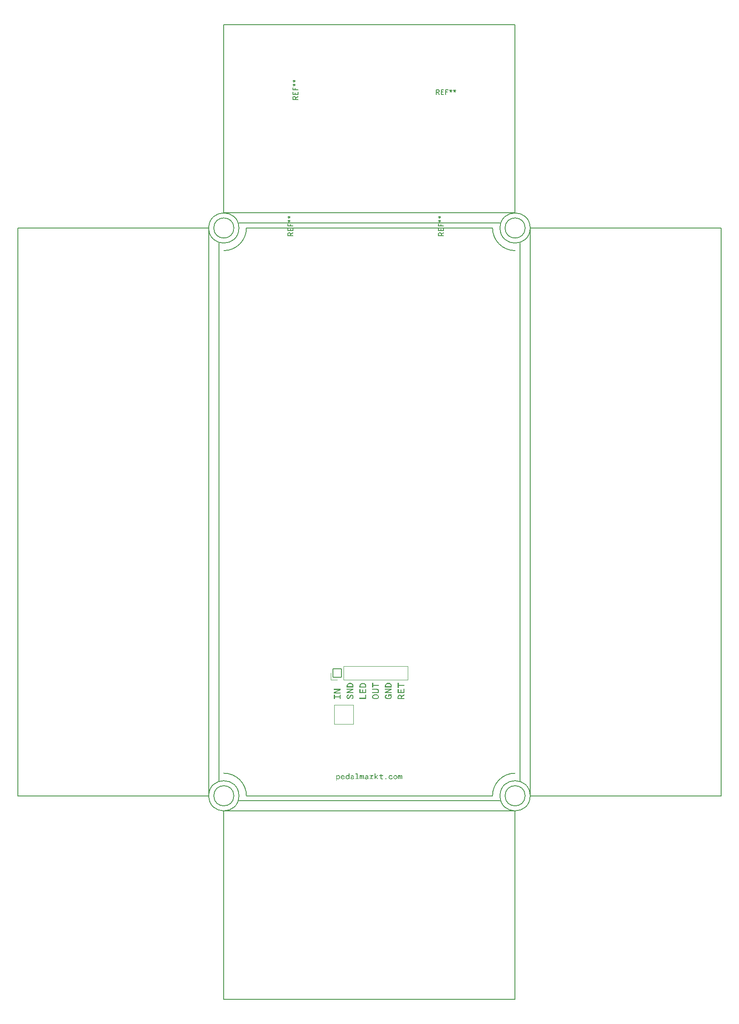
<source format=gbr>
%TF.GenerationSoftware,KiCad,Pcbnew,(6.0.9-0)*%
%TF.CreationDate,2024-05-22T19:22:00+02:00*%
%TF.ProjectId,npnium-switch,6e706e69-756d-42d7-9377-697463682e6b,rev?*%
%TF.SameCoordinates,Original*%
%TF.FileFunction,Legend,Top*%
%TF.FilePolarity,Positive*%
%FSLAX46Y46*%
G04 Gerber Fmt 4.6, Leading zero omitted, Abs format (unit mm)*
G04 Created by KiCad (PCBNEW (6.0.9-0)) date 2024-05-22 19:22:00*
%MOMM*%
%LPD*%
G01*
G04 APERTURE LIST*
G04 Aperture macros list*
%AMRoundRect*
0 Rectangle with rounded corners*
0 $1 Rounding radius*
0 $2 $3 $4 $5 $6 $7 $8 $9 X,Y pos of 4 corners*
0 Add a 4 corners polygon primitive as box body*
4,1,4,$2,$3,$4,$5,$6,$7,$8,$9,$2,$3,0*
0 Add four circle primitives for the rounded corners*
1,1,$1+$1,$2,$3*
1,1,$1+$1,$4,$5*
1,1,$1+$1,$6,$7*
1,1,$1+$1,$8,$9*
0 Add four rect primitives between the rounded corners*
20,1,$1+$1,$2,$3,$4,$5,0*
20,1,$1+$1,$4,$5,$6,$7,0*
20,1,$1+$1,$6,$7,$8,$9,0*
20,1,$1+$1,$8,$9,$2,$3,0*%
G04 Aperture macros list end*
%ADD10C,0.150000*%
%ADD11C,0.127000*%
%ADD12C,0.120000*%
%ADD13RoundRect,0.051000X0.850000X-0.850000X0.850000X0.850000X-0.850000X0.850000X-0.850000X-0.850000X0*%
%ADD14O,1.802000X1.802000*%
%ADD15RoundRect,0.051000X1.908000X1.908000X-1.908000X1.908000X-1.908000X-1.908000X1.908000X-1.908000X0*%
%ADD16O,4.302000X2.902000*%
G04 APERTURE END LIST*
D10*
%TO.C,REF\u002A\u002A*%
X84752380Y-44433333D02*
X84276190Y-44766666D01*
X84752380Y-45004761D02*
X83752380Y-45004761D01*
X83752380Y-44623809D01*
X83800000Y-44528571D01*
X83847619Y-44480952D01*
X83942857Y-44433333D01*
X84085714Y-44433333D01*
X84180952Y-44480952D01*
X84228571Y-44528571D01*
X84276190Y-44623809D01*
X84276190Y-45004761D01*
X84228571Y-44004761D02*
X84228571Y-43671428D01*
X84752380Y-43528571D02*
X84752380Y-44004761D01*
X83752380Y-44004761D01*
X83752380Y-43528571D01*
X84228571Y-42766666D02*
X84228571Y-43100000D01*
X84752380Y-43100000D02*
X83752380Y-43100000D01*
X83752380Y-42623809D01*
X83752380Y-42100000D02*
X83990476Y-42100000D01*
X83895238Y-42338095D02*
X83990476Y-42100000D01*
X83895238Y-41861904D01*
X84180952Y-42242857D02*
X83990476Y-42100000D01*
X84180952Y-41957142D01*
X83752380Y-41338095D02*
X83990476Y-41338095D01*
X83895238Y-41576190D02*
X83990476Y-41338095D01*
X83895238Y-41100000D01*
X84180952Y-41480952D02*
X83990476Y-41338095D01*
X84180952Y-41195238D01*
X114752380Y-44433333D02*
X114276190Y-44766666D01*
X114752380Y-45004761D02*
X113752380Y-45004761D01*
X113752380Y-44623809D01*
X113800000Y-44528571D01*
X113847619Y-44480952D01*
X113942857Y-44433333D01*
X114085714Y-44433333D01*
X114180952Y-44480952D01*
X114228571Y-44528571D01*
X114276190Y-44623809D01*
X114276190Y-45004761D01*
X114228571Y-44004761D02*
X114228571Y-43671428D01*
X114752380Y-43528571D02*
X114752380Y-44004761D01*
X113752380Y-44004761D01*
X113752380Y-43528571D01*
X114228571Y-42766666D02*
X114228571Y-43100000D01*
X114752380Y-43100000D02*
X113752380Y-43100000D01*
X113752380Y-42623809D01*
X113752380Y-42100000D02*
X113990476Y-42100000D01*
X113895238Y-42338095D02*
X113990476Y-42100000D01*
X113895238Y-41861904D01*
X114180952Y-42242857D02*
X113990476Y-42100000D01*
X114180952Y-41957142D01*
X113752380Y-41338095D02*
X113990476Y-41338095D01*
X113895238Y-41576190D02*
X113990476Y-41338095D01*
X113895238Y-41100000D01*
X114180952Y-41480952D02*
X113990476Y-41338095D01*
X114180952Y-41195238D01*
X85752380Y-17333333D02*
X85276190Y-17666666D01*
X85752380Y-17904761D02*
X84752380Y-17904761D01*
X84752380Y-17523809D01*
X84800000Y-17428571D01*
X84847619Y-17380952D01*
X84942857Y-17333333D01*
X85085714Y-17333333D01*
X85180952Y-17380952D01*
X85228571Y-17428571D01*
X85276190Y-17523809D01*
X85276190Y-17904761D01*
X85228571Y-16904761D02*
X85228571Y-16571428D01*
X85752380Y-16428571D02*
X85752380Y-16904761D01*
X84752380Y-16904761D01*
X84752380Y-16428571D01*
X85228571Y-15666666D02*
X85228571Y-16000000D01*
X85752380Y-16000000D02*
X84752380Y-16000000D01*
X84752380Y-15523809D01*
X84752380Y-15000000D02*
X84990476Y-15000000D01*
X84895238Y-15238095D02*
X84990476Y-15000000D01*
X84895238Y-14761904D01*
X85180952Y-15142857D02*
X84990476Y-15000000D01*
X85180952Y-14857142D01*
X84752380Y-14238095D02*
X84990476Y-14238095D01*
X84895238Y-14476190D02*
X84990476Y-14238095D01*
X84895238Y-14000000D01*
X85180952Y-14380952D02*
X84990476Y-14238095D01*
X85180952Y-14095238D01*
X113866666Y-16952380D02*
X113533333Y-16476190D01*
X113295238Y-16952380D02*
X113295238Y-15952380D01*
X113676190Y-15952380D01*
X113771428Y-16000000D01*
X113819047Y-16047619D01*
X113866666Y-16142857D01*
X113866666Y-16285714D01*
X113819047Y-16380952D01*
X113771428Y-16428571D01*
X113676190Y-16476190D01*
X113295238Y-16476190D01*
X114295238Y-16428571D02*
X114628571Y-16428571D01*
X114771428Y-16952380D02*
X114295238Y-16952380D01*
X114295238Y-15952380D01*
X114771428Y-15952380D01*
X115533333Y-16428571D02*
X115200000Y-16428571D01*
X115200000Y-16952380D02*
X115200000Y-15952380D01*
X115676190Y-15952380D01*
X116200000Y-15952380D02*
X116200000Y-16190476D01*
X115961904Y-16095238D02*
X116200000Y-16190476D01*
X116438095Y-16095238D01*
X116057142Y-16380952D02*
X116200000Y-16190476D01*
X116342857Y-16380952D01*
X116961904Y-15952380D02*
X116961904Y-16190476D01*
X116723809Y-16095238D02*
X116961904Y-16190476D01*
X117200000Y-16095238D01*
X116819047Y-16380952D02*
X116961904Y-16190476D01*
X117104761Y-16380952D01*
%TO.C,*%
D11*
X130000000Y-100000000D02*
X130000000Y-46500000D01*
X68000000Y-43500000D02*
X30000000Y-43500000D01*
X100000000Y-156500000D02*
X124500000Y-156500000D01*
X70000000Y-100000000D02*
X70000000Y-46500000D01*
X129000000Y-40500000D02*
X129000000Y-3000000D01*
X130000000Y-153500000D02*
X130000000Y-100000000D01*
X129000000Y-3000000D02*
X71000000Y-3000000D01*
X170000000Y-156500000D02*
X170000000Y-43500000D01*
X132000000Y-156500000D02*
X170000000Y-156500000D01*
X129000000Y-197000000D02*
X129000000Y-159500000D01*
X126000000Y-42500000D02*
X100000000Y-42500000D01*
X71000000Y-159500000D02*
X71000000Y-197000000D01*
X100000000Y-157500000D02*
X74000000Y-157500000D01*
X170000000Y-43500000D02*
X132000000Y-43500000D01*
X129000000Y-40500000D02*
X129000000Y-3000000D01*
X71000000Y-159500000D02*
X129000000Y-159500000D01*
X30000000Y-43500000D02*
X30000000Y-156500000D01*
X30000000Y-156500000D02*
X68000000Y-156500000D01*
X100000000Y-42500000D02*
X74000000Y-42500000D01*
X71000000Y-197000000D02*
X129000000Y-197000000D01*
X129000000Y-40500000D02*
X71000000Y-40500000D01*
X132000000Y-156500000D02*
X132000000Y-43500000D01*
X71000000Y-3000000D02*
X71000000Y-40500000D01*
X68000000Y-43500000D02*
X68000000Y-156500000D01*
X71000000Y-159500000D02*
X71000000Y-197000000D01*
X100000000Y-43500000D02*
X124500000Y-43500000D01*
X132000000Y-46635000D02*
X132000000Y-43500000D01*
X70000000Y-153500000D02*
X70000000Y-100000000D01*
X132000000Y-43500000D02*
X132000000Y-46635000D01*
X75500000Y-156500000D02*
X100000000Y-156500000D01*
X75500000Y-43500000D02*
X100000000Y-43500000D01*
X126000000Y-157500000D02*
X100000000Y-157500000D01*
X71000000Y-48000000D02*
G75*
G03*
X75500000Y-43500000I2J4499998D01*
G01*
X129000000Y-152000000D02*
G75*
G03*
X124500000Y-156500000I0J-4500000D01*
G01*
X75500000Y-156500000D02*
G75*
G03*
X71000000Y-152000000I-4499998J2D01*
G01*
X124500000Y-43500000D02*
G75*
G03*
X129000000Y-48000000I4500000J0D01*
G01*
X131000000Y-43500000D02*
G75*
G03*
X131000000Y-43500000I-2000000J0D01*
G01*
X74000000Y-156500000D02*
G75*
G03*
X74000000Y-156500000I-3000000J0D01*
G01*
X74000000Y-43500000D02*
G75*
G03*
X74000000Y-43500000I-3000000J0D01*
G01*
X132000000Y-156500000D02*
G75*
G03*
X132000000Y-156500000I-3000000J0D01*
G01*
X131000000Y-156500000D02*
G75*
G03*
X131000000Y-156500000I-2000000J0D01*
G01*
X132000000Y-43500000D02*
G75*
G03*
X132000000Y-43500000I-3000000J0D01*
G01*
X73000000Y-43500000D02*
G75*
G03*
X73000000Y-43500000I-2000000J0D01*
G01*
X73000000Y-156500000D02*
G75*
G03*
X73000000Y-156500000I-2000000J0D01*
G01*
%TO.C,kibuzzard-6618FE93*%
G36*
X96805750Y-135399780D02*
G01*
X95853250Y-135874125D01*
X95853250Y-135887460D01*
X96805750Y-135887460D01*
X96805750Y-136074150D01*
X95472250Y-136074150D01*
X95472250Y-135872220D01*
X96426655Y-135397875D01*
X96426655Y-135384540D01*
X95472250Y-135384540D01*
X95472250Y-135197850D01*
X96805750Y-135197850D01*
X96805750Y-135399780D01*
G37*
G36*
X96564450Y-136350798D02*
G01*
X96656525Y-136392073D01*
X96729550Y-136460865D01*
X96782467Y-136551670D01*
X96814217Y-136658985D01*
X96824800Y-136782810D01*
X96812629Y-136913832D01*
X96776117Y-137024957D01*
X96715263Y-137116185D01*
X96633242Y-137185188D01*
X96533229Y-137229638D01*
X96415225Y-137249535D01*
X96415225Y-137051415D01*
X96516190Y-137024031D01*
X96590485Y-136968547D01*
X96636205Y-136886871D01*
X96651445Y-136780905D01*
X96639539Y-136684941D01*
X96603820Y-136606597D01*
X96543812Y-136554448D01*
X96459040Y-136537065D01*
X96360933Y-136558020D01*
X96291400Y-136625647D01*
X96247585Y-136706610D01*
X96211390Y-136807575D01*
X96196150Y-136857105D01*
X96145667Y-136983787D01*
X96078040Y-137092372D01*
X95972313Y-137178098D01*
X95826580Y-137207625D01*
X95721064Y-137194078D01*
X95630577Y-137153438D01*
X95555117Y-137085705D01*
X95498497Y-136997017D01*
X95464524Y-136893512D01*
X95453200Y-136775190D01*
X95465159Y-136656233D01*
X95501037Y-136553363D01*
X95560832Y-136466580D01*
X95639255Y-136400117D01*
X95731012Y-136358207D01*
X95836105Y-136340850D01*
X95836105Y-136529445D01*
X95751571Y-136552781D01*
X95684657Y-136603740D01*
X95641081Y-136678987D01*
X95626555Y-136775190D01*
X95640128Y-136869726D01*
X95680847Y-136943782D01*
X95742998Y-136991646D01*
X95820865Y-137007600D01*
X95891350Y-136990455D01*
X95940880Y-136957118D01*
X95979933Y-136894252D01*
X96006603Y-136834245D01*
X96030415Y-136761855D01*
X96045655Y-136718040D01*
X96068515Y-136654222D01*
X96097090Y-136586595D01*
X96137095Y-136512300D01*
X96189483Y-136447530D01*
X96258063Y-136388475D01*
X96344740Y-136352280D01*
X96453325Y-136337040D01*
X96564450Y-136350798D01*
G37*
G36*
X95472250Y-134931150D02*
G01*
X95472250Y-134731125D01*
X95653225Y-134731125D01*
X96624775Y-134731125D01*
X96624775Y-134605395D01*
X96610911Y-134490989D01*
X96569318Y-134396692D01*
X96499998Y-134322502D01*
X96404007Y-134269057D01*
X96282404Y-134236989D01*
X96135190Y-134226300D01*
X95987923Y-134236830D01*
X95867432Y-134268422D01*
X95773716Y-134321074D01*
X95706777Y-134394787D01*
X95666613Y-134489560D01*
X95653225Y-134605395D01*
X95653225Y-134731125D01*
X95472250Y-134731125D01*
X95472250Y-134593965D01*
X95483382Y-134463115D01*
X95516779Y-134348696D01*
X95572441Y-134250708D01*
X95650367Y-134169150D01*
X95747463Y-134104975D01*
X95860632Y-134059136D01*
X95989874Y-134031633D01*
X96135190Y-134022465D01*
X96282292Y-134031573D01*
X96413082Y-134058898D01*
X96527560Y-134104440D01*
X96625728Y-134168197D01*
X96704487Y-134249458D01*
X96760744Y-134347506D01*
X96794499Y-134462341D01*
X96805750Y-134593965D01*
X96805750Y-134931150D01*
X95472250Y-134931150D01*
G37*
%TO.C,kibuzzard-66194892*%
G36*
X104969116Y-153149829D02*
G01*
X104890094Y-153085006D01*
X104830122Y-153000075D01*
X104794138Y-152900856D01*
X104782144Y-152787350D01*
X104944069Y-152787350D01*
X104959150Y-152897284D01*
X105004394Y-152985787D01*
X105075831Y-153044128D01*
X105169494Y-153063575D01*
X105263156Y-153044128D01*
X105334594Y-152985787D01*
X105379838Y-152897284D01*
X105394919Y-152787350D01*
X105379639Y-152678805D01*
X105333800Y-152591294D01*
X105262164Y-152533548D01*
X105169494Y-152514300D01*
X105074839Y-152533548D01*
X105003600Y-152591294D01*
X104958952Y-152678805D01*
X104944069Y-152787350D01*
X104782144Y-152787350D01*
X104794050Y-152674020D01*
X104829769Y-152575331D01*
X104889300Y-152491281D01*
X104968058Y-152427340D01*
X105061456Y-152388976D01*
X105169494Y-152376187D01*
X105275944Y-152389064D01*
X105368813Y-152427693D01*
X105448100Y-152492075D01*
X105508513Y-152576389D01*
X105544761Y-152674814D01*
X105556844Y-152787350D01*
X105544849Y-152900856D01*
X105508866Y-153000075D01*
X105448894Y-153085006D01*
X105369872Y-153149829D01*
X105276738Y-153188723D01*
X105169494Y-153201687D01*
X105062249Y-153188723D01*
X104969116Y-153149829D01*
G37*
G36*
X95612744Y-153201687D02*
G01*
X95513084Y-153188899D01*
X95425772Y-153150535D01*
X95350806Y-153086594D01*
X95293480Y-153002192D01*
X95259084Y-152902444D01*
X95247619Y-152787350D01*
X95409544Y-152787350D01*
X95425220Y-152899269D01*
X95472250Y-152987375D01*
X95544283Y-153044525D01*
X95634969Y-153063575D01*
X95725059Y-153044723D01*
X95795306Y-152988169D01*
X95840550Y-152900261D01*
X95855631Y-152787350D01*
X95840550Y-152675828D01*
X95795306Y-152588912D01*
X95725059Y-152532953D01*
X95634969Y-152514300D01*
X95544283Y-152532953D01*
X95472250Y-152588912D01*
X95425220Y-152675828D01*
X95409544Y-152787350D01*
X95247619Y-152787350D01*
X95259084Y-152670845D01*
X95293480Y-152571097D01*
X95350806Y-152488106D01*
X95425772Y-152425929D01*
X95513084Y-152388623D01*
X95612744Y-152376187D01*
X95710992Y-152388182D01*
X95791955Y-152424165D01*
X95855631Y-152484137D01*
X95855631Y-152058687D01*
X96017556Y-152058687D01*
X96017556Y-153185812D01*
X95885794Y-153185812D01*
X95871506Y-153079450D01*
X95860394Y-153079450D01*
X95794777Y-153147360D01*
X95712227Y-153188106D01*
X95634969Y-153198653D01*
X95612744Y-153201687D01*
G37*
G36*
X98805206Y-152389483D02*
G01*
X98862356Y-152429369D01*
X98899266Y-152495845D01*
X98911569Y-152588912D01*
X98911569Y-153185812D01*
X98759169Y-153185812D01*
X98759169Y-152614312D01*
X98736944Y-152542081D01*
X98676619Y-152514300D01*
X98605975Y-152546844D01*
X98578194Y-152634950D01*
X98578194Y-153185812D01*
X98425794Y-153185812D01*
X98425794Y-152622250D01*
X98402775Y-152543669D01*
X98341656Y-152514300D01*
X98272600Y-152544462D01*
X98244819Y-152630187D01*
X98244819Y-153185812D01*
X98094006Y-153185812D01*
X98094006Y-152392062D01*
X98230531Y-152392062D01*
X98244819Y-152453975D01*
X98257519Y-152453975D01*
X98318241Y-152395634D01*
X98401981Y-152376187D01*
X98499612Y-152404762D01*
X98552794Y-152471437D01*
X98565494Y-152471437D01*
X98631772Y-152400000D01*
X98732181Y-152376187D01*
X98805206Y-152389483D01*
G37*
G36*
X102358031Y-152392062D02*
G01*
X102680294Y-152392062D01*
X102680294Y-152522237D01*
X102358031Y-152522237D01*
X102358031Y-152904825D01*
X102377258Y-152994783D01*
X102434937Y-153048758D01*
X102531069Y-153066750D01*
X102635844Y-153054050D01*
X102635844Y-153184225D01*
X102565200Y-153197322D01*
X102492969Y-153201687D01*
X102386098Y-153190892D01*
X102302977Y-153158507D01*
X102243604Y-153104532D01*
X102207981Y-153028967D01*
X102196106Y-152931812D01*
X102196106Y-152522237D01*
X101943694Y-152522237D01*
X101943694Y-152392062D01*
X102073869Y-152392062D01*
X102181025Y-152360312D01*
X102211981Y-152249187D01*
X102211981Y-152176162D01*
X102358031Y-152176162D01*
X102358031Y-152392062D01*
G37*
G36*
X97619344Y-153060400D02*
G01*
X97893981Y-153060400D01*
X97893981Y-153185812D01*
X97182781Y-153185812D01*
X97182781Y-153060400D01*
X97457419Y-153060400D01*
X97457419Y-152199975D01*
X97198656Y-152199975D01*
X97198656Y-152074562D01*
X97619344Y-152074562D01*
X97619344Y-153060400D01*
G37*
G36*
X106425206Y-152389483D02*
G01*
X106482356Y-152429369D01*
X106519266Y-152495845D01*
X106531569Y-152588912D01*
X106531569Y-153185812D01*
X106379169Y-153185812D01*
X106379169Y-152614312D01*
X106356944Y-152542081D01*
X106296619Y-152514300D01*
X106225975Y-152546844D01*
X106198194Y-152634950D01*
X106198194Y-153185812D01*
X106045794Y-153185812D01*
X106045794Y-152622250D01*
X106022775Y-152543669D01*
X105961656Y-152514300D01*
X105892600Y-152544462D01*
X105864819Y-152630187D01*
X105864819Y-153185812D01*
X105714006Y-153185812D01*
X105714006Y-152392062D01*
X105850531Y-152392062D01*
X105864819Y-152453975D01*
X105877519Y-152453975D01*
X105938241Y-152395634D01*
X106021981Y-152376187D01*
X106119613Y-152404762D01*
X106172794Y-152471437D01*
X106185494Y-152471437D01*
X106251772Y-152400000D01*
X106352181Y-152376187D01*
X106425206Y-152389483D01*
G37*
G36*
X104313214Y-152384742D02*
G01*
X104394441Y-152410407D01*
X104467025Y-152453181D01*
X104526027Y-152511301D01*
X104566508Y-152583003D01*
X104588469Y-152668287D01*
X104424956Y-152668287D01*
X104400945Y-152607367D01*
X104357488Y-152557956D01*
X104297361Y-152525214D01*
X104223344Y-152514300D01*
X104129483Y-152533945D01*
X104054275Y-152592881D01*
X104004864Y-152682377D01*
X103988394Y-152793700D01*
X104004467Y-152900856D01*
X104052688Y-152987375D01*
X104127895Y-153044525D01*
X104224931Y-153063575D01*
X104297758Y-153054050D01*
X104357488Y-153025475D01*
X104402136Y-152980231D01*
X104429719Y-152920700D01*
X104593231Y-152920700D01*
X104551758Y-153036191D01*
X104471788Y-153125487D01*
X104400262Y-153167821D01*
X104317976Y-153193221D01*
X104224931Y-153201687D01*
X104113101Y-153188899D01*
X104016792Y-153150535D01*
X103936006Y-153086594D01*
X103875152Y-153002897D01*
X103838640Y-152905266D01*
X103826469Y-152793700D01*
X103838992Y-152679224D01*
X103876563Y-152579211D01*
X103939181Y-152493662D01*
X104020849Y-152428399D01*
X104115570Y-152389240D01*
X104223344Y-152376187D01*
X104313214Y-152384742D01*
G37*
G36*
X101181694Y-152714325D02*
G01*
X101192806Y-152714325D01*
X101545231Y-152392062D01*
X101742081Y-152392062D01*
X101391244Y-152717500D01*
X101742081Y-153185812D01*
X101561106Y-153185812D01*
X101278531Y-152822275D01*
X101181694Y-152912762D01*
X101181694Y-153185812D01*
X101019769Y-153185812D01*
X101019769Y-152058687D01*
X101181694Y-152058687D01*
X101181694Y-152714325D01*
G37*
G36*
X99365594Y-153201687D02*
G01*
X99255064Y-153187202D01*
X99167950Y-153143744D01*
X99111395Y-153072108D01*
X99092544Y-152973087D01*
X99094079Y-152965150D01*
X99254469Y-152965150D01*
X99291775Y-153047700D01*
X99389406Y-153074687D01*
X99470170Y-153062781D01*
X99541012Y-153027062D01*
X99590423Y-152966738D01*
X99606894Y-152881012D01*
X99606894Y-152822275D01*
X99417981Y-152841325D01*
X99327141Y-152862139D01*
X99272637Y-152903414D01*
X99254469Y-152965150D01*
X99094079Y-152965150D01*
X99111197Y-152876647D01*
X99167156Y-152803225D01*
X99253675Y-152754012D01*
X99364006Y-152730200D01*
X99606894Y-152704800D01*
X99606894Y-152666700D01*
X99596377Y-152599033D01*
X99564825Y-152548431D01*
X99514620Y-152516880D01*
X99448144Y-152506362D01*
X99369298Y-152522061D01*
X99314794Y-152569157D01*
X99284631Y-152647650D01*
X99124294Y-152647650D01*
X99154258Y-152538311D01*
X99221925Y-152451594D01*
X99322533Y-152395039D01*
X99451319Y-152376187D01*
X99579311Y-152395436D01*
X99680712Y-152453181D01*
X99746792Y-152546645D01*
X99768819Y-152673050D01*
X99768819Y-152998487D01*
X99829144Y-153061987D01*
X99848194Y-153061987D01*
X99848194Y-153185812D01*
X99776756Y-153185812D01*
X99679522Y-153161206D01*
X99629119Y-153087387D01*
X99559622Y-153150887D01*
X99471780Y-153188987D01*
X99389406Y-153198839D01*
X99365594Y-153201687D01*
G37*
G36*
X93592033Y-153153710D02*
G01*
X93528356Y-153093737D01*
X93528356Y-153503312D01*
X93366431Y-153503312D01*
X93366431Y-152790525D01*
X93528356Y-152790525D01*
X93543437Y-152902047D01*
X93588681Y-152988962D01*
X93658928Y-153044922D01*
X93749019Y-153063575D01*
X93839705Y-153044922D01*
X93911737Y-152988962D01*
X93958767Y-152902047D01*
X93974444Y-152790525D01*
X93958767Y-152678606D01*
X93911737Y-152590500D01*
X93839705Y-152533350D01*
X93749019Y-152514300D01*
X93658928Y-152533152D01*
X93588681Y-152589706D01*
X93543437Y-152677614D01*
X93528356Y-152790525D01*
X93366431Y-152790525D01*
X93366431Y-152392062D01*
X93498194Y-152392062D01*
X93512481Y-152498425D01*
X93523594Y-152498425D01*
X93589210Y-152430515D01*
X93671760Y-152389769D01*
X93771244Y-152376187D01*
X93870903Y-152388976D01*
X93958216Y-152427340D01*
X94033181Y-152491281D01*
X94090508Y-152575683D01*
X94124903Y-152675431D01*
X94136369Y-152790525D01*
X94124903Y-152907030D01*
X94090508Y-153006778D01*
X94033181Y-153089769D01*
X93958216Y-153151946D01*
X93870903Y-153189252D01*
X93771244Y-153201687D01*
X93749019Y-153198974D01*
X93672995Y-153189693D01*
X93592033Y-153153710D01*
G37*
G36*
X94490381Y-152927645D02*
G01*
X94539594Y-153004044D01*
X94612619Y-153053455D01*
X94704694Y-153069925D01*
X94796240Y-153056343D01*
X94861327Y-153015597D01*
X94899956Y-152947687D01*
X95055531Y-152947687D01*
X95013066Y-153053852D01*
X94936469Y-153134219D01*
X94831694Y-153184820D01*
X94704694Y-153201687D01*
X94597273Y-153189252D01*
X94503610Y-153151946D01*
X94423706Y-153089769D01*
X94362852Y-153007483D01*
X94326340Y-152909852D01*
X94314169Y-152796875D01*
X94322476Y-152715912D01*
X94471331Y-152715912D01*
X94901544Y-152715912D01*
X94886264Y-152632370D01*
X94843600Y-152565894D01*
X94778711Y-152522436D01*
X94696756Y-152507950D01*
X94614603Y-152522833D01*
X94545944Y-152567481D01*
X94496334Y-152634355D01*
X94471331Y-152715912D01*
X94322476Y-152715912D01*
X94326340Y-152678253D01*
X94362852Y-152576389D01*
X94423706Y-152491281D01*
X94502728Y-152427340D01*
X94593745Y-152388976D01*
X94696756Y-152376187D01*
X94794564Y-152387653D01*
X94880553Y-152422049D01*
X94954725Y-152479375D01*
X95011610Y-152558397D01*
X95045742Y-152657881D01*
X95057119Y-152777825D01*
X95053944Y-152830212D01*
X94469744Y-152830212D01*
X94490381Y-152927645D01*
G37*
G36*
X100800694Y-152538112D02*
G01*
X100708619Y-152533350D01*
X100593327Y-152550416D01*
X100504625Y-152601612D01*
X100448070Y-152682575D01*
X100429219Y-152788937D01*
X100429219Y-153063575D01*
X100729256Y-153063575D01*
X100729256Y-153185812D01*
X100035519Y-153185812D01*
X100035519Y-153063575D01*
X100267294Y-153063575D01*
X100267294Y-152514300D01*
X100043456Y-152514300D01*
X100043456Y-152392062D01*
X100411756Y-152392062D01*
X100427631Y-152523825D01*
X100438744Y-152523825D01*
X100487559Y-152458737D01*
X100548281Y-152412700D01*
X100629641Y-152385316D01*
X100740369Y-152376187D01*
X100800694Y-152376187D01*
X100800694Y-152538112D01*
G37*
G36*
X103345456Y-152997694D02*
G01*
X103378794Y-153079450D01*
X103345456Y-153159619D01*
X103266081Y-153193750D01*
X103184325Y-153159619D01*
X103150194Y-153079450D01*
X103184325Y-152997694D01*
X103266081Y-152963562D01*
X103345456Y-152997694D01*
G37*
G36*
X96508094Y-153201687D02*
G01*
X96397564Y-153187202D01*
X96310450Y-153143744D01*
X96253895Y-153072108D01*
X96235044Y-152973087D01*
X96236579Y-152965150D01*
X96396969Y-152965150D01*
X96434275Y-153047700D01*
X96531906Y-153074687D01*
X96612670Y-153062781D01*
X96683512Y-153027062D01*
X96732923Y-152966738D01*
X96749394Y-152881012D01*
X96749394Y-152822275D01*
X96560481Y-152841325D01*
X96469641Y-152862139D01*
X96415137Y-152903414D01*
X96396969Y-152965150D01*
X96236579Y-152965150D01*
X96253697Y-152876647D01*
X96309656Y-152803225D01*
X96396175Y-152754012D01*
X96506506Y-152730200D01*
X96749394Y-152704800D01*
X96749394Y-152666700D01*
X96738877Y-152599033D01*
X96707325Y-152548431D01*
X96657120Y-152516880D01*
X96590644Y-152506362D01*
X96511798Y-152522061D01*
X96457294Y-152569157D01*
X96427131Y-152647650D01*
X96266794Y-152647650D01*
X96296758Y-152538311D01*
X96364425Y-152451594D01*
X96465033Y-152395039D01*
X96593819Y-152376187D01*
X96721811Y-152395436D01*
X96823212Y-152453181D01*
X96889292Y-152546645D01*
X96911319Y-152673050D01*
X96911319Y-152998487D01*
X96971644Y-153061987D01*
X96990694Y-153061987D01*
X96990694Y-153185812D01*
X96919256Y-153185812D01*
X96822022Y-153161206D01*
X96771619Y-153087387D01*
X96702122Y-153150887D01*
X96614280Y-153188987D01*
X96531906Y-153198839D01*
X96508094Y-153201687D01*
G37*
%TO.C,kibuzzard-6618FE8B*%
G36*
X94265750Y-135439785D02*
G01*
X93313250Y-135914130D01*
X93313250Y-135927465D01*
X94265750Y-135927465D01*
X94265750Y-136114155D01*
X92932250Y-136114155D01*
X92932250Y-135912225D01*
X93886655Y-135437880D01*
X93886655Y-135424545D01*
X92932250Y-135424545D01*
X92932250Y-135237855D01*
X94265750Y-135237855D01*
X94265750Y-135439785D01*
G37*
G36*
X94265750Y-137253345D02*
G01*
X94088585Y-137253345D01*
X94088585Y-136918065D01*
X93109415Y-136918065D01*
X93109415Y-137243820D01*
X92932250Y-137243820D01*
X92932250Y-136396095D01*
X93109415Y-136396095D01*
X93109415Y-136718040D01*
X94088585Y-136718040D01*
X94088585Y-136386570D01*
X94265750Y-136386570D01*
X94265750Y-137253345D01*
G37*
%TO.C,kibuzzard-6618FE9C*%
G36*
X98012250Y-134956867D02*
G01*
X98012250Y-134756842D01*
X98193225Y-134756842D01*
X99164775Y-134756842D01*
X99164775Y-134631112D01*
X99150911Y-134516707D01*
X99109318Y-134422409D01*
X99039998Y-134348220D01*
X98944007Y-134294774D01*
X98822404Y-134262707D01*
X98675190Y-134252017D01*
X98527923Y-134262548D01*
X98407432Y-134294139D01*
X98313716Y-134346791D01*
X98246777Y-134420504D01*
X98206613Y-134515278D01*
X98193225Y-134631112D01*
X98193225Y-134756842D01*
X98012250Y-134756842D01*
X98012250Y-134619682D01*
X98023382Y-134488833D01*
X98056779Y-134374414D01*
X98112441Y-134276425D01*
X98190367Y-134194867D01*
X98287463Y-134130693D01*
X98400632Y-134084854D01*
X98529874Y-134057350D01*
X98675190Y-134048183D01*
X98822292Y-134057291D01*
X98953082Y-134084616D01*
X99067560Y-134130157D01*
X99165728Y-134193915D01*
X99244487Y-134275175D01*
X99300744Y-134373223D01*
X99334499Y-134488059D01*
X99345750Y-134619682D01*
X99345750Y-134956867D01*
X98012250Y-134956867D01*
G37*
G36*
X99345750Y-137223817D02*
G01*
X98012250Y-137223817D01*
X98012250Y-137019983D01*
X99164775Y-137019983D01*
X99164775Y-136376093D01*
X99345750Y-136376093D01*
X99345750Y-137223817D01*
G37*
G36*
X99345750Y-136071292D02*
G01*
X98012250Y-136071292D01*
X98012250Y-135265478D01*
X98189415Y-135265478D01*
X98189415Y-135875078D01*
X98581845Y-135875078D01*
X98581845Y-135347392D01*
X98757105Y-135347392D01*
X98757105Y-135875078D01*
X99168585Y-135875078D01*
X99168585Y-135246427D01*
X99345750Y-135246427D01*
X99345750Y-136071292D01*
G37*
D12*
%TO.C,J3*%
X94869000Y-133410000D02*
X107629000Y-133410000D01*
X94869000Y-133410000D02*
X94869000Y-130750000D01*
X107629000Y-133410000D02*
X107629000Y-130750000D01*
X93599000Y-133410000D02*
X92269000Y-133410000D01*
X94869000Y-130750000D02*
X107629000Y-130750000D01*
X92269000Y-133410000D02*
X92269000Y-132080000D01*
%TO.C,kibuzzard-6618FEB1*%
G36*
X106965750Y-137238105D02*
G01*
X105632250Y-137238105D01*
X105632250Y-137041890D01*
X105805605Y-137041890D01*
X106247565Y-137041890D01*
X106247565Y-136805670D01*
X106232325Y-136703514D01*
X106186605Y-136625648D01*
X106115644Y-136576356D01*
X106024680Y-136559925D01*
X105933002Y-136576356D01*
X105863707Y-136625648D01*
X105820131Y-136703514D01*
X105805605Y-136805670D01*
X105805605Y-137041890D01*
X105632250Y-137041890D01*
X105632250Y-136779000D01*
X105643892Y-136659408D01*
X105678817Y-136557173D01*
X105737025Y-136472295D01*
X105814495Y-136408795D01*
X105907205Y-136370695D01*
X106015155Y-136357995D01*
X106143504Y-136376331D01*
X106250422Y-136431338D01*
X106332576Y-136518729D01*
X106386630Y-136634220D01*
X106965750Y-136302750D01*
X106965750Y-136518015D01*
X106420920Y-136828530D01*
X106420920Y-137041890D01*
X106965750Y-137041890D01*
X106965750Y-137238105D01*
G37*
G36*
X105813225Y-134414895D02*
G01*
X106965750Y-134414895D01*
X106965750Y-134614920D01*
X105813225Y-134614920D01*
X105813225Y-134994015D01*
X105632250Y-134994015D01*
X105632250Y-134033895D01*
X105813225Y-134033895D01*
X105813225Y-134414895D01*
G37*
G36*
X106965750Y-136066530D02*
G01*
X105632250Y-136066530D01*
X105632250Y-135260715D01*
X105809415Y-135260715D01*
X105809415Y-135870315D01*
X106201845Y-135870315D01*
X106201845Y-135342630D01*
X106377105Y-135342630D01*
X106377105Y-135870315D01*
X106788585Y-135870315D01*
X106788585Y-135241665D01*
X106965750Y-135241665D01*
X106965750Y-136066530D01*
G37*
%TO.C,kibuzzard-6618FEA0*%
G36*
X101824367Y-137032577D02*
G01*
X101723825Y-137128567D01*
X101624408Y-137184825D01*
X101507131Y-137225008D01*
X101371995Y-137249118D01*
X101219000Y-137257155D01*
X101067552Y-137249118D01*
X100933250Y-137225008D01*
X100816093Y-137184825D01*
X100716080Y-137128567D01*
X100614480Y-137032577D01*
X100553520Y-136916054D01*
X100533200Y-136779000D01*
X100717985Y-136779000D01*
X100750132Y-136894729D01*
X100846572Y-136982835D01*
X100945103Y-137024110D01*
X101069246Y-137048875D01*
X101219000Y-137057130D01*
X101368754Y-137048875D01*
X101492897Y-137024110D01*
X101591428Y-136982835D01*
X101687868Y-136894729D01*
X101720015Y-136779000D01*
X101687868Y-136664700D01*
X101591428Y-136577070D01*
X101492897Y-136535795D01*
X101368754Y-136511030D01*
X101219000Y-136502775D01*
X101069246Y-136511030D01*
X100945103Y-136535795D01*
X100846572Y-136577070D01*
X100750132Y-136664700D01*
X100717985Y-136779000D01*
X100533200Y-136779000D01*
X100553520Y-136643004D01*
X100614480Y-136527117D01*
X100716080Y-136431337D01*
X100816093Y-136375080D01*
X100933250Y-136334897D01*
X101067552Y-136310787D01*
X101219000Y-136302750D01*
X101370447Y-136310787D01*
X101504750Y-136334897D01*
X101621907Y-136375080D01*
X101721920Y-136431337D01*
X101823520Y-136527117D01*
X101884480Y-136643004D01*
X101904800Y-136779000D01*
X101884692Y-136916054D01*
X101824367Y-137032577D01*
G37*
G36*
X100733225Y-134395845D02*
G01*
X101885750Y-134395845D01*
X101885750Y-134595870D01*
X100733225Y-134595870D01*
X100733225Y-134974965D01*
X100552250Y-134974965D01*
X100552250Y-134014845D01*
X100733225Y-134014845D01*
X100733225Y-134395845D01*
G37*
G36*
X101571954Y-135216582D02*
G01*
X101688477Y-135255635D01*
X101781928Y-135320722D01*
X101850190Y-135407823D01*
X101891147Y-135512916D01*
X101904800Y-135636000D01*
X101891147Y-135759296D01*
X101850190Y-135865023D01*
X101781928Y-135953182D01*
X101688477Y-136019328D01*
X101571954Y-136059016D01*
X101432360Y-136072245D01*
X100552250Y-136072245D01*
X100552250Y-135872220D01*
X101455220Y-135872220D01*
X101566901Y-135855789D01*
X101650483Y-135806497D01*
X101702632Y-135731012D01*
X101720015Y-135636000D01*
X101702632Y-135542655D01*
X101650483Y-135468360D01*
X101566901Y-135419782D01*
X101455220Y-135403590D01*
X100552250Y-135403590D01*
X100552250Y-135203565D01*
X101432360Y-135203565D01*
X101571954Y-135216582D01*
G37*
%TO.C,kibuzzard-6618FEAA*%
G36*
X104425750Y-135395970D02*
G01*
X103473250Y-135870315D01*
X103473250Y-135883650D01*
X104425750Y-135883650D01*
X104425750Y-136070340D01*
X103092250Y-136070340D01*
X103092250Y-135868410D01*
X104046655Y-135394065D01*
X104046655Y-135380730D01*
X103092250Y-135380730D01*
X103092250Y-135194040D01*
X104425750Y-135194040D01*
X104425750Y-135395970D01*
G37*
G36*
X103092250Y-134927340D02*
G01*
X103092250Y-134727315D01*
X103273225Y-134727315D01*
X104244775Y-134727315D01*
X104244775Y-134601585D01*
X104230911Y-134487179D01*
X104189318Y-134392882D01*
X104119998Y-134318692D01*
X104024007Y-134265247D01*
X103902404Y-134233179D01*
X103755190Y-134222490D01*
X103607923Y-134233020D01*
X103487432Y-134264612D01*
X103393716Y-134317264D01*
X103326777Y-134390977D01*
X103286613Y-134485750D01*
X103273225Y-134601585D01*
X103273225Y-134727315D01*
X103092250Y-134727315D01*
X103092250Y-134590155D01*
X103103382Y-134459305D01*
X103136779Y-134344886D01*
X103192441Y-134246898D01*
X103270367Y-134165340D01*
X103367463Y-134101165D01*
X103480632Y-134055326D01*
X103609874Y-134027823D01*
X103755190Y-134018655D01*
X103902292Y-134027763D01*
X104033082Y-134055088D01*
X104147560Y-134100630D01*
X104245728Y-134164387D01*
X104324487Y-134245648D01*
X104380744Y-134343696D01*
X104414499Y-134458531D01*
X104425750Y-134590155D01*
X104425750Y-134927340D01*
X103092250Y-134927340D01*
G37*
G36*
X104425750Y-136476105D02*
G01*
X104311450Y-136498965D01*
X104311450Y-136512300D01*
X104400985Y-136606597D01*
X104433846Y-136689703D01*
X104444800Y-136796145D01*
X104425644Y-136931082D01*
X104368177Y-137043795D01*
X104272398Y-137134282D01*
X104177088Y-137186372D01*
X104063562Y-137223579D01*
X103931819Y-137245904D01*
X103781860Y-137253345D01*
X103624281Y-137245130D01*
X103484918Y-137220484D01*
X103363772Y-137179407D01*
X103260842Y-137121900D01*
X103156597Y-137023052D01*
X103094049Y-136901767D01*
X103073200Y-136758045D01*
X103085159Y-136646073D01*
X103121037Y-136548918D01*
X103180832Y-136466580D01*
X103262007Y-136401598D01*
X103362019Y-136356513D01*
X103480870Y-136331325D01*
X103480870Y-136540875D01*
X103357045Y-136586172D01*
X103282750Y-136658562D01*
X103257985Y-136758045D01*
X103291561Y-136879965D01*
X103392288Y-136971405D01*
X103495263Y-137013738D01*
X103625121Y-137039138D01*
X103781860Y-137047605D01*
X103956739Y-137036099D01*
X104092756Y-137001580D01*
X104189911Y-136944049D01*
X104248204Y-136863506D01*
X104267635Y-136759950D01*
X104249538Y-136659223D01*
X104195245Y-136581832D01*
X104107139Y-136532541D01*
X103987600Y-136516110D01*
X103880920Y-136516110D01*
X103880920Y-136769475D01*
X103720900Y-136769475D01*
X103720900Y-136321800D01*
X104425750Y-136321800D01*
X104425750Y-136476105D01*
G37*
%TD*%
%LPC*%
D13*
%TO.C,J3*%
X93599000Y-132080000D03*
D14*
X96139000Y-132080000D03*
X98679000Y-132080000D03*
X101219000Y-132080000D03*
X103759000Y-132080000D03*
X106299000Y-132080000D03*
%TD*%
D15*
%TO.C,SW1*%
X94920000Y-140400000D03*
D16*
X94920000Y-145100000D03*
X94920000Y-149800000D03*
X100000000Y-140400000D03*
X100000000Y-145100000D03*
X100000000Y-149800000D03*
X105080000Y-140400000D03*
X105080000Y-145100000D03*
X105080000Y-149800000D03*
%TD*%
M02*

</source>
